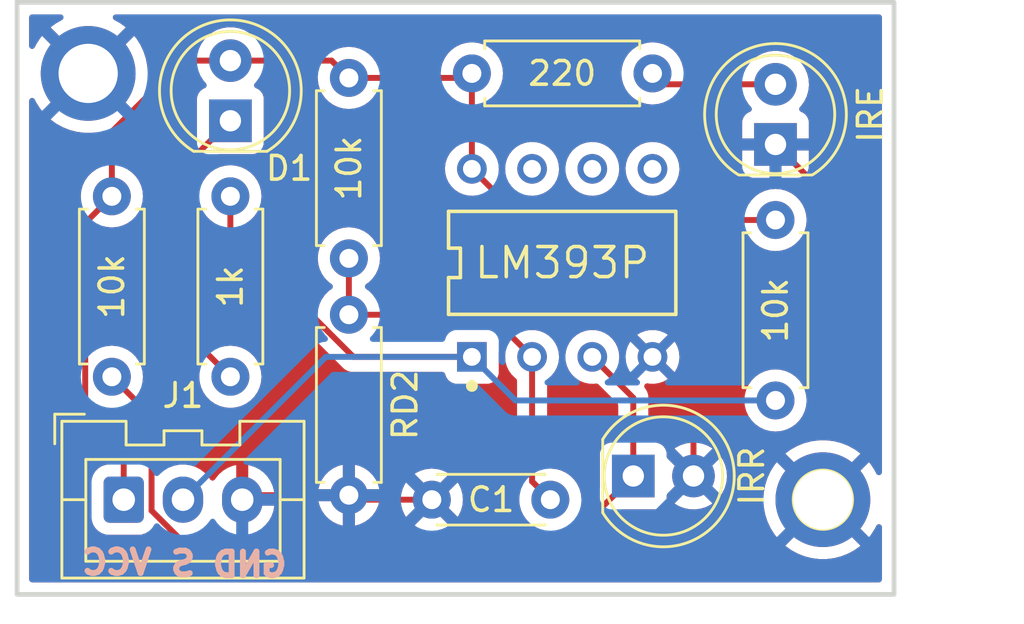
<source format=kicad_pcb>
(kicad_pcb (version 20211014) (generator pcbnew)
  (layers (0 "F.Cu" signal) (31 "B.Cu" signal) (34 "B.Paste" user) (35 "F.Paste" user) (36 "B.SilkS" user "B.Silkscreen") (37 "F.SilkS" user "F.Silkscreen") (38 "B.Mask" user) (39 "F.Mask" user) (44 "Edge.Cuts" user))
  (net 0 "")
  (net 1 "Net-(D1-Pad1)")
  (net 2 "VCC")
  (net 3 "GND")
  (net 4 "Net-(IRLED1-Pad2)")
  (net 5 "Net-(J1-Pad2)")
  (net 6 "Net-(Q1-Pad1)")
  (net 7 "Net-(C1-Pad2)")
  (footprint "Connector_JST:JST_XA_B03B-XASK-1_1x03_P2.50mm_Vertical" (layer "F.Cu") (at 155.5 79)
    (fp_text reference "J1" (at 2.5 -4.4) (layer "F.SilkS"))
    (fp_text value "Conn_01x03_Female")
    (fp_line (start -2.61 3.31) (end 7.61 3.31) (layer "F.SilkS") (width 0.12))
    (fp_line (start -2.61 -3.31) (end -2.61 3.31) (layer "F.SilkS") (width 0.12))
    (fp_line (start 1.7 -2.31) (end 0.1 -2.31) (layer "F.SilkS") (width 0.12))
    (fp_line (start 7.61 -3.31) (end 4.9 -3.31) (layer "F.SilkS") (width 0.12))
    (fp_line (start 4.9 -2.31) (end 3.3 -2.31) (layer "F.SilkS") (width 0.12))
    (fp_line (start 7.61 0) (end 6.6 0) (layer "F.SilkS") (width 0.12))
    (fp_line (start 0.1 -3.31) (end -2.61 -3.31) (layer "F.SilkS") (width 0.12))
    (fp_line (start 6.6 -1.7) (end -1.6 -1.7) (layer "F.SilkS") (width 0.12))
    (fp_line (start 4.9 -3.31) (end 4.9 -2.31) (layer "F.SilkS") (width 0.12))
    (fp_line (start -1.66 -3.61) (end -2.91 -3.61) (layer "F.SilkS") (width 0.12))
    (fp_line (start 3.3 -2.91) (end 1.7 -2.91) (layer "F.SilkS") (width 0.12))
    (fp_line (start 0.1 -2.31) (end 0.1 -3.31) (layer "F.SilkS") (width 0.12))
    (fp_line (start 3.3 -2.31) (end 3.3 -2.91) (layer "F.SilkS") (width 0.12))
    (fp_line (start 6.6 2.6) (end 6.6 -1.7) (layer "F.SilkS") (width 0.12))
    (fp_line (start -2.91 -3.61) (end -2.91 -2.36) (layer "F.SilkS") (width 0.12))
    (fp_line (start 7.61 3.31) (end 7.61 -3.31) (layer "F.SilkS") (width 0.12))
    (fp_line (start -2.61 0) (end -1.6 0) (layer "F.SilkS") (width 0.12))
    (fp_line (start -1.6 -1.7) (end -1.6 2.6) (layer "F.SilkS") (width 0.12))
    (fp_line (start -1.6 2.6) (end 6.6 2.6) (layer "F.SilkS") (width 0.12))
    (fp_line (start 1.7 -2.91) (end 1.7 -2.31) (layer "F.SilkS") (width 0.12))
    (pad "1" thru_hole roundrect (at 0 0) (size 1.7 1.95) (drill 0.95) (layers *.Cu *.Mask) (roundrect_rratio 0.1470588235) (net 2 "VCC"))
    (pad "2" thru_hole oval (at 2.5 0) (size 1.7 1.95) (drill 0.95) (layers *.Cu *.Mask) (net 5 "Net-(J1-Pad2)"))
    (pad "3" thru_hole oval (at 5 0) (size 1.7 1.95) (drill 0.95) (layers *.Cu *.Mask) (net 3 "GND"))
  )
  (footprint "LED_THT:LED_D5.0mm_IRGrey" (layer "F.Cu") (at 160 63 90)
    (fp_text reference "D1" (at -2.008615 2.479406 180) (layer "F.SilkS"))
    (fp_text value "LED")
    (fp_line (start -1.29 -1.545) (end -1.29 1.545) (layer "F.SilkS") (width 0.12))
    (fp_arc (start -1.29 -1.54483) (mid 2.072002 -2.880433) (end 4.26 0.000462) (layer "F.SilkS") (width 0.12))
    (fp_arc (start 4.26 -0.000462) (mid 2.072002 2.880433) (end -1.29 1.54483) (layer "F.SilkS") (width 0.12))
    (fp_circle (center 1.27 0) (end 3.77 0) (layer "F.SilkS") (width 0.12) (fill none))
    (pad "1" thru_hole rect (at 0 0 90) (size 1.8 1.8) (drill 0.9) (layers *.Cu *.Mask) (net 1 "Net-(D1-Pad1)"))
    (pad "2" thru_hole circle (at 2.54 0 90) (size 1.8 1.8) (drill 0.9) (layers *.Cu *.Mask) (net 2 "VCC"))
  )
  (footprint "Resistor_THT:R_Axial_DIN0207_L6.3mm_D2.5mm_P7.62mm_Horizontal" (layer "F.Cu") (at 165 61.19 -90)
    (fp_text reference "10k" (at 3.81 0 90) (layer "F.SilkS"))
    (fp_text value "10k")
    (fp_line (start 7.08 -1.37) (end 7.08 -1.04) (layer "F.SilkS") (width 0.12))
    (fp_line (start 0.54 -1.04) (end 0.54 -1.37) (layer "F.SilkS") (width 0.12))
    (fp_line (start 7.08 1.37) (end 7.08 1.04) (layer "F.SilkS") (width 0.12))
    (fp_line (start 0.54 1.37) (end 7.08 1.37) (layer "F.SilkS") (width 0.12))
    (fp_line (start 0.54 1.04) (end 0.54 1.37) (layer "F.SilkS") (width 0.12))
    (fp_line (start 0.54 -1.37) (end 7.08 -1.37) (layer "F.SilkS") (width 0.12))
    (pad "1" thru_hole circle (at 0 0 270) (size 1.6 1.6) (drill 0.8) (layers *.Cu *.Mask) (net 2 "VCC"))
    (pad "2" thru_hole oval (at 7.62 0 270) (size 1.6 1.6) (drill 0.8) (layers *.Cu *.Mask) (net 7 "Net-(C1-Pad2)"))
  )
  (footprint "LED_THT:LED_D5.0mm_IRGrey" (layer "F.Cu") (at 183 64 90)
    (fp_text reference "IRE" (at 1.27 4 90) (layer "F.SilkS"))
    (fp_text value "LD271")
    (fp_line (start -1.29 -1.545) (end -1.29 1.545) (layer "F.SilkS") (width 0.12))
    (fp_arc (start 4.26 -0.000462) (mid 2.072002 2.880433) (end -1.29 1.54483) (layer "F.SilkS") (width 0.12))
    (fp_arc (start -1.29 -1.54483) (mid 2.072002 -2.880433) (end 4.26 0.000462) (layer "F.SilkS") (width 0.12))
    (fp_circle (center 1.27 0) (end 3.77 0) (layer "F.SilkS") (width 0.12) (fill none))
    (pad "1" thru_hole rect (at 0 0 90) (size 1.8 1.8) (drill 0.9) (layers *.Cu *.Mask) (net 3 "GND"))
    (pad "2" thru_hole circle (at 2.54 0 90) (size 1.8 1.8) (drill 0.9) (layers *.Cu *.Mask) (net 4 "Net-(IRLED1-Pad2)"))
  )
  (footprint "Resistor_THT:R_Axial_DIN0207_L6.3mm_D2.5mm_P7.62mm_Horizontal" (layer "F.Cu") (at 183 67.19 -90)
    (fp_text reference "10k" (at 3.81 0 90) (layer "F.SilkS"))
    (fp_text value "10k")
    (fp_line (start 0.54 1.04) (end 0.54 1.37) (layer "F.SilkS") (width 0.12))
    (fp_line (start 7.08 1.37) (end 7.08 1.04) (layer "F.SilkS") (width 0.12))
    (fp_line (start 0.54 -1.04) (end 0.54 -1.37) (layer "F.SilkS") (width 0.12))
    (fp_line (start 0.54 1.37) (end 7.08 1.37) (layer "F.SilkS") (width 0.12))
    (fp_line (start 7.08 -1.37) (end 7.08 -1.04) (layer "F.SilkS") (width 0.12))
    (fp_line (start 0.54 -1.37) (end 7.08 -1.37) (layer "F.SilkS") (width 0.12))
    (pad "1" thru_hole circle (at 0 0 270) (size 1.6 1.6) (drill 0.8) (layers *.Cu *.Mask) (net 2 "VCC"))
    (pad "2" thru_hole oval (at 7.62 0 270) (size 1.6 1.6) (drill 0.8) (layers *.Cu *.Mask) (net 5 "Net-(J1-Pad2)"))
  )
  (footprint "eec:Texas_Instruments-P_R-PDIP-T8-0-0-0" (layer "F.Cu") (at 174 69 90)
    (fp_text reference "U1" hide)
    (fp_text value "LM393P" (at 0 0 180) (layer "F.SilkS") (effects (font (size 1.27 1.27))))
    (fp_line (start -2.175 -4.795) (end -2.175 4.795) (layer "F.SilkS") (width 0.15))
    (fp_line (start 2.175 -4.795) (end 0.621428 -4.795) (layer "F.SilkS") (width 0.15))
    (fp_line (start -2.175 4.795) (end 2.175 4.795) (layer "F.SilkS") (width 0.15))
    (fp_line (start 0.621428 -4.795) (end 0.621428 -4.295) (layer "F.SilkS") (width 0.15))
    (fp_line (start -0.621428 -4.795) (end -2.175 -4.795) (layer "F.SilkS") (width 0.15))
    (fp_line (start 0.621428 -4.295) (end -0.621428 -4.295) (layer "F.SilkS") (width 0.15))
    (fp_line (start 2.175 4.795) (end 2.175 -4.795) (layer "F.SilkS") (width 0.15))
    (fp_line (start -0.621428 -4.295) (end -0.621428 -4.795) (layer "F.SilkS") (width 0.15))
    (fp_circle (center -5.195 -3.81) (end -5.07 -3.81) (layer "F.SilkS") (width 0.25) (fill none))
    (pad "1" thru_hole rect locked (at -3.97 -3.81 90) (size 1.25 1.25) (drill 0.75) (layers *.Cu *.Mask) (net 5 "Net-(J1-Pad2)"))
    (pad "2" thru_hole circle locked (at -3.97 -1.27 90) (size 1.25 1.25) (drill 0.75) (layers *.Cu *.Mask) (net 7 "Net-(C1-Pad2)"))
    (pad "3" thru_hole circle locked (at -3.97 1.27 90) (size 1.25 1.25) (drill 0.75) (layers *.Cu *.Mask) (net 6 "Net-(Q1-Pad1)"))
    (pad "4" thru_hole circle locked (at -3.97 3.81 90) (size 1.25 1.25) (drill 0.75) (layers *.Cu *.Mask) (net 3 "GND"))
    (pad "5" thru_hole circle locked (at 3.97 3.81 90) (size 1.25 1.25) (drill 0.75) (layers *.Cu "B.Mask"))
    (pad "6" thru_hole circle locked (at 3.97 1.27 90) (size 1.25 1.25) (drill 0.75) (layers *.Cu "B.Mask"))
    (pad "7" thru_hole circle locked (at 3.97 -1.27 90) (size 1.25 1.25) (drill 0.75) (layers *.Cu "B.Mask"))
    (pad "8" thru_hole circle locked (at 3.97 -3.81 90) (size 1.25 1.25) (drill 0.75) (layers *.Cu *.Mask) (net 2 "VCC"))
  )
  (footprint "Capacitor_THT:C_Disc_D4.3mm_W1.9mm_P5.00mm" (layer "F.Cu") (at 168.5 79)
    (fp_text reference "C1" (at 2.5 0) (layer "F.SilkS"))
    (fp_text value "C")
    (fp_line (start 0.23 1.07) (end 4.77 1.07) (layer "F.SilkS") (width 0.12))
    (fp_line (start 0.23 1.055) (end 0.23 1.07) (layer "F.SilkS") (width 0.12))
    (fp_line (start 4.77 1.055) (end 4.77 1.07) (layer "F.SilkS") (width 0.12))
    (fp_line (start 0.23 -1.07) (end 0.23 -1.055) (layer "F.SilkS") (width 0.12))
    (fp_line (start 0.23 -1.07) (end 4.77 -1.07) (layer "F.SilkS") (width 0.12))
    (fp_line (start 4.77 -1.07) (end 4.77 -1.055) (layer "F.SilkS") (width 0.12))
    (pad "1" thru_hole circle (at 0 0) (size 1.6 1.6) (drill 0.8) (layers *.Cu *.Mask) (net 3 "GND"))
    (pad "2" thru_hole circle (at 5 0) (size 1.6 1.6) (drill 0.8) (layers *.Cu *.Mask) (net 7 "Net-(C1-Pad2)"))
  )
  (footprint "Connector_Pin:Pin_D1.0mm_L10.0mm" (layer "F.Cu") (at 185 79)
    (fp_text reference "REF**" hide)
    (fp_text value "Pin_D1.0mm_L10.0mm")
    (fp_circle (center 0 0) (end 1.25 0.05) (layer "F.SilkS") (width 0.12) (fill none))
    (pad "1" thru_hole circle (at 0 0) (size 4 4) (drill 2.5) (layers *.Cu *.Mask) (net 3 "GND"))
  )
  (footprint "LED_THT:LED_D5.0mm_IRGrey" (layer "F.Cu") (at 177 78)
    (fp_text reference "IRR" (at 5 0.000462 90) (layer "F.SilkS"))
    (fp_text value "Q_Photo_NPN_CE")
    (fp_line (start -1.29 -1.545) (end -1.29 1.545) (layer "F.SilkS") (width 0.12))
    (fp_arc (start 4.26 -0.000462) (mid 2.072002 2.880433) (end -1.29 1.54483) (layer "F.SilkS") (width 0.12))
    (fp_arc (start -1.29 -1.54483) (mid 2.072002 -2.880433) (end 4.26 0.000462) (layer "F.SilkS") (width 0.12))
    (fp_circle (center 1.27 0) (end 3.77 0) (layer "F.SilkS") (width 0.12) (fill none))
    (pad "1" thru_hole rect (at 0 0) (size 1.8 1.8) (drill 0.9) (layers *.Cu *.Mask) (net 6 "Net-(Q1-Pad1)"))
    (pad "2" thru_hole circle (at 2.54 0) (size 1.8 1.8) (drill 0.9) (layers *.Cu *.Mask) (net 3 "GND"))
  )
  (footprint "Resistor_THT:R_Axial_DIN0207_L6.3mm_D2.5mm_P7.62mm_Horizontal" (layer "F.Cu") (at 155 73.81 90)
    (fp_text reference "10k" (at 3.81 0 90) (layer "F.SilkS"))
    (fp_text value "10k")
    (fp_line (start 7.08 -1.37) (end 7.08 -1.04) (layer "F.SilkS") (width 0.12))
    (fp_line (start 0.54 1.37) (end 7.08 1.37) (layer "F.SilkS") (width 0.12))
    (fp_line (start 0.54 -1.37) (end 7.08 -1.37) (layer "F.SilkS") (width 0.12))
    (fp_line (start 0.54 1.04) (end 0.54 1.37) (layer "F.SilkS") (width 0.12))
    (fp_line (start 7.08 1.37) (end 7.08 1.04) (layer "F.SilkS") (width 0.12))
    (fp_line (start 0.54 -1.04) (end 0.54 -1.37) (layer "F.SilkS") (width 0.12))
    (pad "1" thru_hole circle (at 0 0 90) (size 1.6 1.6) (drill 0.8) (layers *.Cu *.Mask) (net 6 "Net-(Q1-Pad1)"))
    (pad "2" thru_hole oval (at 7.62 0 90) (size 1.6 1.6) (drill 0.8) (layers *.Cu *.Mask) (net 2 "VCC"))
  )
  (footprint "Resistor_THT:R_Axial_DIN0207_L6.3mm_D2.5mm_P7.62mm_Horizontal" (layer "F.Cu") (at 170.19 61)
    (fp_text reference "220" (at 3.81 0) (layer "F.SilkS"))
    (fp_text value "220")
    (fp_line (start 0.54 1.37) (end 7.08 1.37) (layer "F.SilkS") (width 0.12))
    (fp_line (start 0.54 1.04) (end 0.54 1.37) (layer "F.SilkS") (width 0.12))
    (fp_line (start 7.08 -1.37) (end 7.08 -1.04) (layer "F.SilkS") (width 0.12))
    (fp_line (start 7.08 1.37) (end 7.08 1.04) (layer "F.SilkS") (width 0.12))
    (fp_line (start 0.54 -1.04) (end 0.54 -1.37) (layer "F.SilkS") (width 0.12))
    (fp_line (start 0.54 -1.37) (end 7.08 -1.37) (layer "F.SilkS") (width 0.12))
    (pad "1" thru_hole circle (at 0 0) (size 1.6 1.6) (drill 0.8) (layers *.Cu *.Mask) (net 2 "VCC"))
    (pad "2" thru_hole oval (at 7.62 0) (size 1.6 1.6) (drill 0.8) (layers *.Cu *.Mask) (net 4 "Net-(IRLED1-Pad2)"))
  )
  (footprint "" (layer "F.Cu") (at 154 61)
    (fp_text reference "" hide)
    (fp_text value "" hide)
    (pad "1" thru_hole circle (at 0 0) (size 4 4) (drill 2.5) (layers *.Cu *.Mask) (net 3 "GND"))
  )
  (footprint "Resistor_THT:R_Axial_DIN0207_L6.3mm_D2.5mm_P7.62mm_Horizontal" (layer "F.Cu") (at 160 73.81 90)
    (fp_text reference "1k" (at 3.81 0 90) (layer "F.SilkS"))
    (fp_text value "1k")
    (fp_line (start 0.54 1.04) (end 0.54 1.37) (layer "F.SilkS") (width 0.12))
    (fp_line (start 0.54 -1.04) (end 0.54 -1.37) (layer "F.SilkS") (width 0.12))
    (fp_line (start 7.08 -1.37) (end 7.08 -1.04) (layer "F.SilkS") (width 0.12))
    (fp_line (start 0.54 -1.37) (end 7.08 -1.37) (layer "F.SilkS") (width 0.12))
    (fp_line (start 0.54 1.37) (end 7.08 1.37) (layer "F.SilkS") (width 0.12))
    (fp_line (start 7.08 1.37) (end 7.08 1.04) (layer "F.SilkS") (width 0.12))
    (pad "1" thru_hole circle (at 0 0 90) (size 1.6 1.6) (drill 0.8) (layers *.Cu *.Mask) (net 1 "Net-(D1-Pad1)"))
    (pad "2" thru_hole oval (at 7.62 0 90) (size 1.6 1.6) (drill 0.8) (layers *.Cu *.Mask) (net 5 "Net-(J1-Pad2)"))
  )
  (footprint "Resistor_THT:R_Axial_DIN0207_L6.3mm_D2.5mm_P7.62mm_Horizontal" (layer "F.Cu") (at 165 71.19 -90)
    (fp_text reference "RD2" (at 3.81 -2.37 90) (layer "F.SilkS"))
    (fp_text value "10k")
    (fp_line (start 0.54 -1.04) (end 0.54 -1.37) (layer "F.SilkS") (width 0.12))
    (fp_line (start 7.08 1.37) (end 7.08 1.04) (layer "F.SilkS") (width 0.12))
    (fp_line (start 0.54 -1.37) (end 7.08 -1.37) (layer "F.SilkS") (width 0.12))
    (fp_line (start 0.54 1.37) (end 7.08 1.37) (layer "F.SilkS") (width 0.12))
    (fp_line (start 7.08 -1.37) (end 7.08 -1.04) (layer "F.SilkS") (width 0.12))
    (fp_line (start 0.54 1.04) (end 0.54 1.37) (layer "F.SilkS") (width 0.12))
    (pad "1" thru_hole circle (at 0 0 270) (size 1.6 1.6) (drill 0.8) (layers *.Cu *.Mask) (net 7 "Net-(C1-Pad2)"))
    (pad "2" thru_hole oval (at 7.62 0 270) (size 1.6 1.6) (drill 0.8) (layers *.Cu *.Mask) (net 3 "GND"))
  )
  (gr_rect (start 151 58) (end 188 83) (layer "Edge.Cuts") (width 0.2) (fill none))
  (gr_text "S" (at 158 81.6 -180) (layer "B.SilkS") (effects (font (size 1 1) (thickness 0.25)) (justify mirror)))
  (gr_text "VCC" (at 155.210326 81.648408) (layer "B.SilkS") (effects (font (size 1 1) (thickness 0.25)) (justify mirror)))
  (gr_text "GND" (at 160.815327 81.740799) (layer "B.SilkS") (effects (font (size 1 1) (thickness 0.25)) (justify mirror)))
  (segment (start 158 71.81) (end 160 73.81) (width 0.25) (layer "F.Cu") (net 1))
  (segment (start 158 65) (end 158 71.81) (width 0.25) (layer "F.Cu") (net 1))
  (segment (start 160 63) (end 158 65) (width 0.25) (layer "F.Cu") (net 1))
  (segment (start 153.875 74.875) (end 153.875 67.315) (width 0.25) (layer "F.Cu") (net 2))
  (segment (start 170.19 61) (end 170.19 65.03) (width 0.25) (layer "F.Cu") (net 2))
  (segment (start 155.5 76.5) (end 153.875 74.875) (width 0.25) (layer "F.Cu") (net 2))
  (segment (start 170 61.19) (end 170.19 61) (width 0.25) (layer "F.Cu") (net 2))
  (segment (start 172.35 67.19) (end 183 67.19) (width 0.25) (layer "F.Cu") (net 2))
  (segment (start 153.875 67.315) (end 155 66.19) (width 0.25) (layer "F.Cu") (net 2))
  (segment (start 165 61.19) (end 170 61.19) (width 0.25) (layer "F.Cu") (net 2))
  (segment (start 155.5 79) (end 155.5 76.5) (width 0.25) (layer "F.Cu") (net 2))
  (segment (start 170.19 65.03) (end 172.35 67.19) (width 0.25) (layer "F.Cu") (net 2))
  (segment (start 155 63.46) (end 158 60.46) (width 0.25) (layer "F.Cu") (net 2))
  (segment (start 164.27 60.46) (end 165 61.19) (width 0.25) (layer "F.Cu") (net 2))
  (segment (start 158 60.46) (end 164.27 60.46) (width 0.25) (layer "F.Cu") (net 2))
  (segment (start 155 66.19) (end 155 63.46) (width 0.25) (layer "F.Cu") (net 2))
  (segment (start 185 66) (end 183 64) (width 0.25) (layer "F.Cu") (net 3))
  (segment (start 160.69 78.81) (end 160.5 79) (width 0.25) (layer "F.Cu") (net 3))
  (segment (start 179.54 74.7) (end 177.81 72.97) (width 0.25) (layer "F.Cu") (net 3))
  (segment (start 177.81 72.97) (end 181.78 69) (width 0.25) (layer "F.Cu") (net 3))
  (segment (start 181.78 69) (end 185 69) (width 0.25) (layer "F.Cu") (net 3))
  (segment (start 185 69) (end 185 66) (width 0.25) (layer "F.Cu") (net 3))
  (segment (start 165 78.81) (end 160.69 78.81) (width 0.25) (layer "F.Cu") (net 3))
  (segment (start 165.19 79) (end 165 78.81) (width 0.25) (layer "F.Cu") (net 3))
  (segment (start 179.54 78) (end 179.54 74.7) (width 0.25) (layer "F.Cu") (net 3))
  (segment (start 168.5 79) (end 165.19 79) (width 0.25) (layer "F.Cu") (net 3))
  (segment (start 170.5 81) (end 168.5 79) (width 0.25) (layer "B.Cu") (net 3))
  (segment (start 176.54 81) (end 170.5 81) (width 0.25) (layer "B.Cu") (net 3))
  (segment (start 179.54 78) (end 176.54 81) (width 0.25) (layer "B.Cu") (net 3))
  (segment (start 178.27 61.46) (end 177.81 61) (width 0.25) (layer "F.Cu") (net 4))
  (segment (start 183 61.46) (end 178.27 61.46) (width 0.25) (layer "F.Cu") (net 4))
  (segment (start 160 67.780991) (end 165.189009 72.97) (width 0.25) (layer "F.Cu") (net 5))
  (segment (start 165.189009 72.97) (end 170.19 72.97) (width 0.25) (layer "F.Cu") (net 5))
  (segment (start 160 66.19) (end 160 67.780991) (width 0.25) (layer "F.Cu") (net 5))
  (segment (start 164.03 72.97) (end 158 79) (width 0.25) (layer "B.Cu") (net 5))
  (segment (start 170.19 72.97) (end 164.03 72.97) (width 0.25) (layer "B.Cu") (net 5))
  (segment (start 183 74.81) (end 172.03 74.81) (width 0.25) (layer "B.Cu") (net 5))
  (segment (start 172.03 74.81) (end 170.19 72.97) (width 0.25) (layer "B.Cu") (net 5))
  (segment (start 175.27 72.97) (end 177 74.7) (width 0.25) (layer "F.Cu") (net 6))
  (segment (start 177 74.7) (end 177 78) (width 0.25) (layer "F.Cu") (net 6))
  (segment (start 158.213299 81) (end 174 81) (width 0.25) (layer "F.Cu") (net 6))
  (segment (start 155 73.81) (end 156.675 75.485) (width 0.25) (layer "F.Cu") (net 6))
  (segment (start 174 81) (end 177 78) (width 0.25) (layer "F.Cu") (net 6))
  (segment (start 156.675 79.461701) (end 158.213299 81) (width 0.25) (layer "F.Cu") (net 6))
  (segment (start 156.675 75.485) (end 156.675 79.461701) (width 0.25) (layer "F.Cu") (net 6))
  (segment (start 172.73 72.97) (end 172.73 78.23) (width 0.25) (layer "F.Cu") (net 7))
  (segment (start 165 68.81) (end 165 71.19) (width 0.25) (layer "F.Cu") (net 7))
  (segment (start 172.73 78.23) (end 173.5 79) (width 0.25) (layer "F.Cu") (net 7))
  (segment (start 170.95 71.19) (end 165 71.19) (width 0.25) (layer "F.Cu") (net 7))
  (segment (start 172.73 72.97) (end 170.95 71.19) (width 0.25) (layer "F.Cu") (net 7))
  (zone (net 3) (net_name "GND") (layers F&B.Cu) (connect_pads (clearance 0.508)) (min_thickness 0.254) (fill yes (thermal_gap 0.508) (thermal_bridge_width 0.508))
    (polygon (pts (xy 188 83) (xy 151 83) (xy 151 58) (xy 188 58)))
  )
)
</source>
